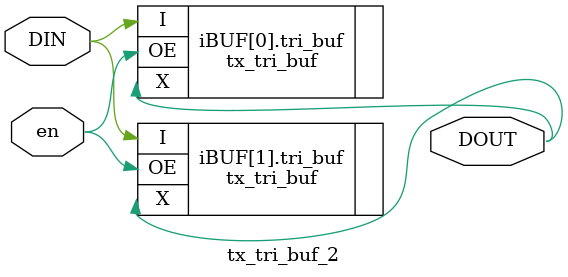
<source format=sv>
module tx_tri_buf_2(
    input wire logic DIN,
    input wire logic en,
    output wire logic DOUT 
);

		generate
			for (genvar i=0; i<2; i=i+1) begin: iBUF
			tx_tri_buf tri_buf (
		        // user-provided signals
		        .I(DIN), // Input
		        .X(DOUT), // Output
		        .OE(en) 
	        );
			end
		endgenerate

endmodule
</source>
